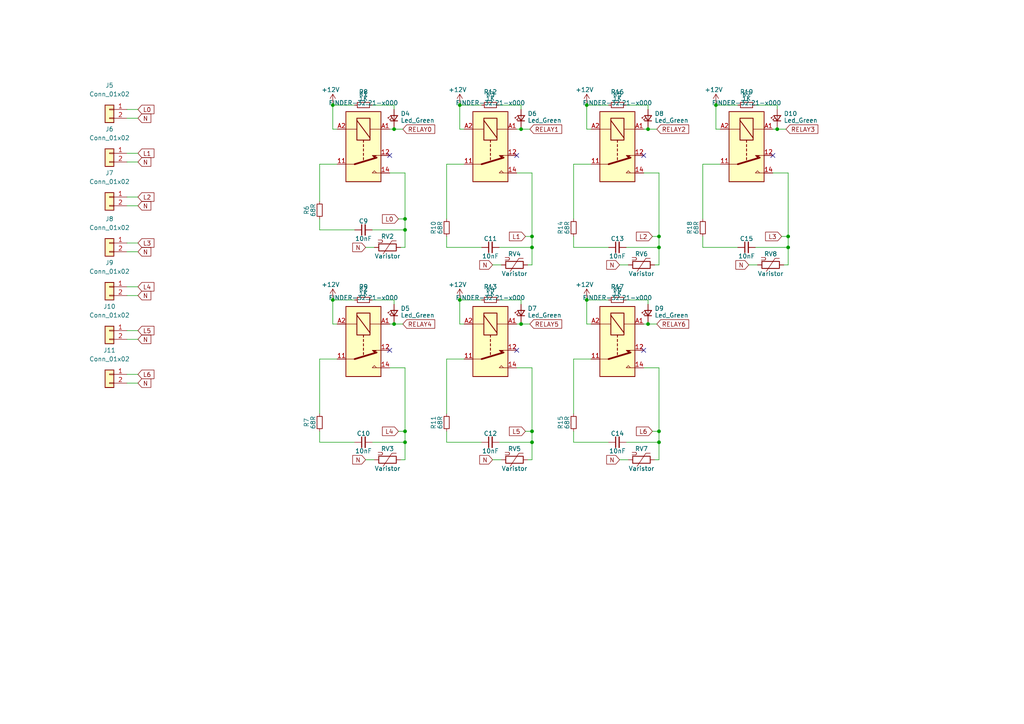
<source format=kicad_sch>
(kicad_sch (version 20230121) (generator eeschema)
  (paper "A4")
  (lib_symbols
    (symbol "Connector_Generic:Conn_01x02" (pin_names (offset 1.016) hide)
      (property "Reference" "J" (at 0 2.54 0))
      (property "Value" "Conn_01x02" (at 0 -5.08 0))
      (symbol "Conn_01x02_1_1"
        (rectangle (start -1.27 -2.413) (end 0 -2.667) (stroke (width 0.1524)))
        (rectangle (start -1.27 0.127) (end 0 -0.127) (stroke (width 0.1524)))
        (rectangle (start -1.27 1.27) (end 1.27 -3.81) (stroke (width 0.254)) (fill (type background)))
        (pin passive line (at -5.08 0 0) (length 3.81) (name "Pin_1") (number "1"))
        (pin passive line (at -5.08 -2.54 0) (length 3.81) (name "Pin_2") (number "2"))
      )
    )
    (symbol "Device:C_Small" (pin_numbers hide) (pin_names (offset 0.254) hide)
      (property "Reference" "C" (at 0.254 1.778 0))
      (property "Value" "C_Small" (at 0.254 -2.032 0))
      (symbol "C_Small_0_1"
        (polyline (pts (xy -1.524 -0.508) (xy 1.524 -0.508)) (stroke (width 0.3302)))
        (polyline (pts (xy -1.524 0.508) (xy 1.524 0.508)) (stroke (width 0.3048)))
      )
      (symbol "C_Small_1_1"
        (pin passive line (at 0 2.54 270) (length 2.032) (name "~") (number "1"))
        (pin passive line (at 0 -2.54 90) (length 2.032) (name "~") (number "2"))
      )
    )
    (symbol "Device:LED_Small" (pin_numbers hide) (pin_names (offset 0.254) hide)
      (property "Reference" "D" (at -1.27 3.175 0))
      (property "Value" "LED_Small" (at -4.445 -2.54 0))
      (symbol "LED_Small_0_1"
        (polyline (pts (xy -0.762 -1.016) (xy -0.762 1.016)) (stroke (width 0.254)))
        (polyline (pts (xy 1.016 0) (xy -0.762 0)))
        (polyline (pts (xy 0.762 -1.016) (xy -0.762 0) (xy 0.762 1.016) (xy 0.762 -1.016)) (stroke (width 0.254)))
        (polyline (pts (xy 0 0.762) (xy -0.508 1.27) (xy -0.254 1.27) (xy -0.508 1.27) (xy -0.508 1.016)))
        (polyline (pts (xy 0.508 1.27) (xy 0 1.778) (xy 0.254 1.778) (xy 0 1.778) (xy 0 1.524)))
      )
      (symbol "LED_Small_1_1"
        (pin passive line (at -2.54 0 0) (length 1.778) (name "K") (number "1"))
        (pin passive line (at 2.54 0 180) (length 1.778) (name "A") (number "2"))
      )
    )
    (symbol "Device:R_Small" (pin_numbers hide) (pin_names (offset 0.254) hide)
      (property "Reference" "R" (at 0.762 0.508 0))
      (property "Value" "R_Small" (at 0.762 -1.016 0))
      (symbol "R_Small_0_1"
        (rectangle (start -0.762 1.778) (end 0.762 -1.778) (stroke (width 0.2032)))
      )
      (symbol "R_Small_1_1"
        (pin passive line (at 0 2.54 270) (length 0.762) (name "~") (number "1"))
        (pin passive line (at 0 -2.54 90) (length 0.762) (name "~") (number "2"))
      )
    )
    (symbol "Device:Varistor" (pin_numbers hide) (pin_names (offset 0))
      (property "Reference" "RV" (at 3.175 0 90))
      (property "Value" "Varistor" (at -3.175 0 90))
      (symbol "Varistor_0_0"
        (text "U" (at -1.778 -2.032 0) (effects (font (size 1.27 1.27))))
      )
      (symbol "Varistor_0_1"
        (rectangle (start -1.016 -2.54) (end 1.016 2.54) (stroke (width 0.254)))
        (polyline (pts (xy -1.905 2.54) (xy -1.905 1.27) (xy 1.905 -1.27)))
      )
      (symbol "Varistor_1_1"
        (pin passive line (at 0 3.81 270) (length 1.27) (name "~") (number "1"))
        (pin passive line (at 0 -3.81 90) (length 1.27) (name "~") (number "2"))
      )
    )
    (symbol "Relay:FINDER-32.21-x000"
      (property "Reference" "K" (at 11.43 3.81 0))
      (property "Value" "FINDER-32.21-x000" (at 11.43 1.27 0))
      (symbol "FINDER-32.21-x000_0_0"
        (polyline (pts (xy 2.54 5.08) (xy 2.54 2.54) (xy 3.175 3.175) (xy 2.54 3.81)) (fill (type outline)))
        (polyline (pts (xy 7.62 5.08) (xy 7.62 2.54) (xy 6.985 3.175) (xy 7.62 3.81)))
      )
      (symbol "FINDER-32.21-x000_0_1"
        (rectangle (start -10.16 5.08) (end 10.16 -5.08) (stroke (width 0.254)) (fill (type background)))
        (rectangle (start -8.255 1.905) (end -1.905 -1.905) (stroke (width 0.254)))
        (polyline (pts (xy -7.62 -1.905) (xy -2.54 1.905)) (stroke (width 0.254)))
        (polyline (pts (xy -5.08 -5.08) (xy -5.08 -1.905)))
        (polyline (pts (xy -5.08 5.08) (xy -5.08 1.905)))
        (polyline (pts (xy -1.905 0) (xy -1.27 0)) (stroke (width 0.254)))
        (polyline (pts (xy -0.635 0) (xy 0 0)) (stroke (width 0.254)))
        (polyline (pts (xy 0.635 0) (xy 1.27 0)) (stroke (width 0.254)))
        (polyline (pts (xy 1.905 0) (xy 2.54 0)) (stroke (width 0.254)))
        (polyline (pts (xy 3.175 0) (xy 3.81 0)) (stroke (width 0.254)))
        (polyline (pts (xy 5.08 -2.54) (xy 3.175 3.81)) (stroke (width 0.508)))
        (polyline (pts (xy 5.08 -2.54) (xy 5.08 -5.08)))
      )
      (symbol "FINDER-32.21-x000_1_1"
        (pin passive line (at 5.08 -7.62 90) (length 2.54) (name "~") (number "11"))
        (pin passive line (at 2.54 7.62 270) (length 2.54) (name "~") (number "12"))
        (pin passive line (at 7.62 7.62 270) (length 2.54) (name "~") (number "14"))
        (pin passive line (at -5.08 7.62 270) (length 2.54) (name "~") (number "A1"))
        (pin passive line (at -5.08 -7.62 90) (length 2.54) (name "~") (number "A2"))
      )
    )
    (symbol "power:+12V" (power) (pin_names (offset 0))
      (property "Value" "+12V" (at 0 3.556 0))
      (symbol "+12V_0_1"
        (polyline (pts (xy -0.762 1.27) (xy 0 2.54)))
        (polyline (pts (xy 0 0) (xy 0 2.54)))
        (polyline (pts (xy 0 2.54) (xy 0.762 1.27)))
      )
      (symbol "+12V_1_1"
        (pin power_in line (at 0 0 90) (length 0) hide (name "+12V") (number "1"))
      )
    )
  )
  (junction (at 151.13 93.98))
  (junction (at 151.13 37.465))
  (junction (at 191.135 128.27))
  (junction (at 154.305 125.095))
  (junction (at 187.96 93.98))
  (junction (at 154.305 68.58))
  (junction (at 170.18 30.48))
  (junction (at 228.6 68.58))
  (junction (at 225.425 37.465))
  (junction (at 133.35 86.995))
  (junction (at 207.645 30.48))
  (junction (at 191.135 71.755))
  (junction (at 117.475 125.095))
  (junction (at 154.305 71.755))
  (junction (at 187.96 37.465))
  (junction (at 96.52 86.995))
  (junction (at 154.305 128.27))
  (junction (at 170.18 86.995))
  (junction (at 117.475 128.27))
  (junction (at 114.3 93.98))
  (junction (at 117.475 66.675))
  (junction (at 96.52 30.48))
  (junction (at 114.3 37.465))
  (junction (at 228.6 71.755))
  (junction (at 117.475 63.5))
  (junction (at 191.135 125.095))
  (junction (at 191.135 68.58))
  (junction (at 133.35 30.48))
  (no_connect (at 186.69 101.6))
  (no_connect (at 224.155 45.085))
  (no_connect (at 113.03 45.085))
  (no_connect (at 113.03 101.6))
  (no_connect (at 149.86 45.085))
  (no_connect (at 186.69 45.085))
  (no_connect (at 149.86 101.6))
  (wire (pts (xy 114.3 93.98) (xy 116.84 93.98)))
  (wire (pts (xy 97.79 37.465) (xy 96.52 37.465)))
  (wire (pts (xy 133.35 29.845) (xy 133.35 30.48)))
  (wire (pts (xy 170.18 86.995) (xy 176.53 86.995)))
  (wire (pts (xy 152.4 125.095) (xy 154.305 125.095)))
  (wire (pts (xy 187.96 88.265) (xy 187.96 86.995)))
  (wire (pts (xy 227.33 76.835) (xy 228.6 76.835)))
  (wire (pts (xy 92.71 128.27) (xy 102.87 128.27)))
  (wire (pts (xy 92.71 63.5) (xy 92.71 66.675)))
  (wire (pts (xy 207.645 29.845) (xy 207.645 30.48)))
  (wire (pts (xy 96.52 93.98) (xy 96.52 86.995)))
  (wire (pts (xy 36.83 95.885) (xy 40.005 95.885)))
  (wire (pts (xy 149.86 93.98) (xy 151.13 93.98)))
  (wire (pts (xy 187.96 37.465) (xy 190.5 37.465)))
  (wire (pts (xy 226.695 68.58) (xy 228.6 68.58)))
  (wire (pts (xy 36.83 108.585) (xy 40.005 108.585)))
  (wire (pts (xy 97.79 93.98) (xy 96.52 93.98)))
  (wire (pts (xy 203.835 71.755) (xy 213.995 71.755)))
  (wire (pts (xy 129.54 125.095) (xy 129.54 128.27)))
  (wire (pts (xy 191.135 128.27) (xy 191.135 133.35)))
  (wire (pts (xy 92.71 47.625) (xy 97.79 47.625)))
  (wire (pts (xy 189.865 76.835) (xy 191.135 76.835)))
  (wire (pts (xy 181.61 128.27) (xy 191.135 128.27)))
  (wire (pts (xy 171.45 37.465) (xy 170.18 37.465)))
  (wire (pts (xy 170.18 29.845) (xy 170.18 30.48)))
  (wire (pts (xy 191.135 68.58) (xy 191.135 71.755)))
  (wire (pts (xy 116.205 133.35) (xy 117.475 133.35)))
  (wire (pts (xy 187.96 86.995) (xy 181.61 86.995)))
  (wire (pts (xy 114.3 36.83) (xy 114.3 37.465)))
  (wire (pts (xy 142.875 76.835) (xy 145.415 76.835)))
  (wire (pts (xy 153.035 76.835) (xy 154.305 76.835)))
  (wire (pts (xy 151.13 93.345) (xy 151.13 93.98)))
  (wire (pts (xy 113.03 106.68) (xy 117.475 106.68)))
  (wire (pts (xy 133.35 30.48) (xy 139.7 30.48)))
  (wire (pts (xy 228.6 71.755) (xy 228.6 76.835)))
  (wire (pts (xy 106.045 71.755) (xy 108.585 71.755)))
  (wire (pts (xy 151.13 88.265) (xy 151.13 86.995)))
  (wire (pts (xy 36.83 34.29) (xy 40.005 34.29)))
  (wire (pts (xy 166.37 104.14) (xy 166.37 120.015)))
  (wire (pts (xy 106.045 133.35) (xy 108.585 133.35)))
  (wire (pts (xy 166.37 71.755) (xy 176.53 71.755)))
  (wire (pts (xy 151.13 93.98) (xy 153.67 93.98)))
  (wire (pts (xy 107.95 66.675) (xy 117.475 66.675)))
  (wire (pts (xy 151.13 30.48) (xy 144.78 30.48)))
  (wire (pts (xy 115.57 125.095) (xy 117.475 125.095)))
  (wire (pts (xy 191.135 71.755) (xy 191.135 76.835)))
  (wire (pts (xy 36.83 31.75) (xy 40.005 31.75)))
  (wire (pts (xy 92.71 47.625) (xy 92.71 58.42)))
  (wire (pts (xy 133.35 86.995) (xy 139.7 86.995)))
  (wire (pts (xy 217.17 76.835) (xy 219.71 76.835)))
  (wire (pts (xy 208.915 37.465) (xy 207.645 37.465)))
  (wire (pts (xy 191.135 106.68) (xy 191.135 125.095)))
  (wire (pts (xy 129.54 128.27) (xy 139.7 128.27)))
  (wire (pts (xy 117.475 125.095) (xy 117.475 128.27)))
  (wire (pts (xy 203.835 68.58) (xy 203.835 71.755)))
  (wire (pts (xy 117.475 50.165) (xy 117.475 63.5)))
  (wire (pts (xy 114.3 93.345) (xy 114.3 93.98)))
  (wire (pts (xy 189.23 125.095) (xy 191.135 125.095)))
  (wire (pts (xy 134.62 93.98) (xy 133.35 93.98)))
  (wire (pts (xy 133.35 37.465) (xy 133.35 30.48)))
  (wire (pts (xy 153.035 133.35) (xy 154.305 133.35)))
  (wire (pts (xy 144.78 128.27) (xy 154.305 128.27)))
  (wire (pts (xy 203.835 47.625) (xy 208.915 47.625)))
  (wire (pts (xy 225.425 31.75) (xy 225.425 30.48)))
  (wire (pts (xy 117.475 106.68) (xy 117.475 125.095)))
  (wire (pts (xy 36.83 73.025) (xy 40.005 73.025)))
  (wire (pts (xy 228.6 68.58) (xy 228.6 71.755)))
  (wire (pts (xy 116.205 71.755) (xy 117.475 71.755)))
  (wire (pts (xy 36.83 111.125) (xy 40.005 111.125)))
  (wire (pts (xy 92.71 66.675) (xy 102.87 66.675)))
  (wire (pts (xy 166.37 104.14) (xy 171.45 104.14)))
  (wire (pts (xy 149.86 37.465) (xy 151.13 37.465)))
  (wire (pts (xy 186.69 106.68) (xy 191.135 106.68)))
  (wire (pts (xy 96.52 37.465) (xy 96.52 30.48)))
  (wire (pts (xy 170.18 37.465) (xy 170.18 30.48)))
  (wire (pts (xy 154.305 106.68) (xy 154.305 125.095)))
  (wire (pts (xy 154.305 71.755) (xy 154.305 76.835)))
  (wire (pts (xy 228.6 50.165) (xy 228.6 68.58)))
  (wire (pts (xy 36.83 85.725) (xy 40.005 85.725)))
  (wire (pts (xy 92.71 104.14) (xy 92.71 120.015)))
  (wire (pts (xy 187.96 93.345) (xy 187.96 93.98)))
  (wire (pts (xy 187.96 30.48) (xy 181.61 30.48)))
  (wire (pts (xy 114.3 86.995) (xy 107.95 86.995)))
  (wire (pts (xy 113.03 50.165) (xy 117.475 50.165)))
  (wire (pts (xy 117.475 66.675) (xy 117.475 71.755)))
  (wire (pts (xy 115.57 63.5) (xy 117.475 63.5)))
  (wire (pts (xy 171.45 93.98) (xy 170.18 93.98)))
  (wire (pts (xy 181.61 71.755) (xy 191.135 71.755)))
  (wire (pts (xy 96.52 86.995) (xy 102.87 86.995)))
  (wire (pts (xy 36.83 57.15) (xy 40.005 57.15)))
  (wire (pts (xy 186.69 37.465) (xy 187.96 37.465)))
  (wire (pts (xy 186.69 93.98) (xy 187.96 93.98)))
  (wire (pts (xy 36.83 44.45) (xy 40.005 44.45)))
  (wire (pts (xy 144.78 71.755) (xy 154.305 71.755)))
  (wire (pts (xy 133.35 93.98) (xy 133.35 86.995)))
  (wire (pts (xy 154.305 125.095) (xy 154.305 128.27)))
  (wire (pts (xy 179.705 133.35) (xy 182.245 133.35)))
  (wire (pts (xy 114.3 31.75) (xy 114.3 30.48)))
  (wire (pts (xy 36.83 83.185) (xy 40.005 83.185)))
  (wire (pts (xy 151.13 36.83) (xy 151.13 37.465)))
  (wire (pts (xy 151.13 37.465) (xy 153.67 37.465)))
  (wire (pts (xy 225.425 30.48) (xy 219.075 30.48)))
  (wire (pts (xy 170.18 30.48) (xy 176.53 30.48)))
  (wire (pts (xy 224.155 37.465) (xy 225.425 37.465)))
  (wire (pts (xy 149.86 106.68) (xy 154.305 106.68)))
  (wire (pts (xy 179.705 76.835) (xy 182.245 76.835)))
  (wire (pts (xy 189.23 68.58) (xy 191.135 68.58)))
  (wire (pts (xy 117.475 63.5) (xy 117.475 66.675)))
  (wire (pts (xy 117.475 128.27) (xy 117.475 133.35)))
  (wire (pts (xy 113.03 37.465) (xy 114.3 37.465)))
  (wire (pts (xy 154.305 50.165) (xy 154.305 68.58)))
  (wire (pts (xy 187.96 31.75) (xy 187.96 30.48)))
  (wire (pts (xy 186.69 50.165) (xy 191.135 50.165)))
  (wire (pts (xy 114.3 37.465) (xy 116.84 37.465)))
  (wire (pts (xy 114.3 88.265) (xy 114.3 86.995)))
  (wire (pts (xy 219.075 71.755) (xy 228.6 71.755)))
  (wire (pts (xy 224.155 50.165) (xy 228.6 50.165)))
  (wire (pts (xy 191.135 125.095) (xy 191.135 128.27)))
  (wire (pts (xy 134.62 37.465) (xy 133.35 37.465)))
  (wire (pts (xy 133.35 86.36) (xy 133.35 86.995)))
  (wire (pts (xy 207.645 37.465) (xy 207.645 30.48)))
  (wire (pts (xy 189.865 133.35) (xy 191.135 133.35)))
  (wire (pts (xy 129.54 71.755) (xy 139.7 71.755)))
  (wire (pts (xy 92.71 125.095) (xy 92.71 128.27)))
  (wire (pts (xy 187.96 36.83) (xy 187.96 37.465)))
  (wire (pts (xy 36.83 46.99) (xy 40.005 46.99)))
  (wire (pts (xy 207.645 30.48) (xy 213.995 30.48)))
  (wire (pts (xy 170.18 93.98) (xy 170.18 86.995)))
  (wire (pts (xy 154.305 68.58) (xy 154.305 71.755)))
  (wire (pts (xy 170.18 86.36) (xy 170.18 86.995)))
  (wire (pts (xy 36.83 70.485) (xy 40.005 70.485)))
  (wire (pts (xy 187.96 93.98) (xy 190.5 93.98)))
  (wire (pts (xy 107.95 128.27) (xy 117.475 128.27)))
  (wire (pts (xy 92.71 104.14) (xy 97.79 104.14)))
  (wire (pts (xy 225.425 37.465) (xy 227.965 37.465)))
  (wire (pts (xy 129.54 47.625) (xy 129.54 63.5)))
  (wire (pts (xy 191.135 50.165) (xy 191.135 68.58)))
  (wire (pts (xy 129.54 104.14) (xy 134.62 104.14)))
  (wire (pts (xy 149.86 50.165) (xy 154.305 50.165)))
  (wire (pts (xy 96.52 29.845) (xy 96.52 30.48)))
  (wire (pts (xy 154.305 128.27) (xy 154.305 133.35)))
  (wire (pts (xy 151.13 31.75) (xy 151.13 30.48)))
  (wire (pts (xy 166.37 47.625) (xy 171.45 47.625)))
  (wire (pts (xy 142.875 133.35) (xy 145.415 133.35)))
  (wire (pts (xy 151.13 86.995) (xy 144.78 86.995)))
  (wire (pts (xy 225.425 36.83) (xy 225.425 37.465)))
  (wire (pts (xy 129.54 68.58) (xy 129.54 71.755)))
  (wire (pts (xy 129.54 47.625) (xy 134.62 47.625)))
  (wire (pts (xy 113.03 93.98) (xy 114.3 93.98)))
  (wire (pts (xy 129.54 104.14) (xy 129.54 120.015)))
  (wire (pts (xy 166.37 47.625) (xy 166.37 63.5)))
  (wire (pts (xy 96.52 30.48) (xy 102.87 30.48)))
  (wire (pts (xy 114.3 30.48) (xy 107.95 30.48)))
  (wire (pts (xy 166.37 68.58) (xy 166.37 71.755)))
  (wire (pts (xy 166.37 125.095) (xy 166.37 128.27)))
  (wire (pts (xy 166.37 128.27) (xy 176.53 128.27)))
  (wire (pts (xy 96.52 86.36) (xy 96.52 86.995)))
  (wire (pts (xy 36.83 98.425) (xy 40.005 98.425)))
  (wire (pts (xy 203.835 47.625) (xy 203.835 63.5)))
  (wire (pts (xy 152.4 68.58) (xy 154.305 68.58)))
  (wire (pts (xy 36.83 59.69) (xy 40.005 59.69)))
  (global_label "RELAY1" (shape input) (at 153.67 37.465 0) (property "Intersheetrefs" "${INTERSHEET_REFS}" (effects hide)))
  (global_label "L0" (shape input) (at 115.57 63.5 180) (property "Intersheetrefs" "${INTERSHEET_REFS}" (effects hide)))
  (global_label "RELAY0" (shape input) (at 116.84 37.465 0) (property "Intersheetrefs" "${INTERSHEET_REFS}" (effects hide)))
  (global_label "N" (shape input) (at 106.045 71.755 180) (property "Intersheetrefs" "${INTERSHEET_REFS}" (effects hide)))
  (global_label "N" (shape input) (at 40.005 98.425 0) (property "Intersheetrefs" "${INTERSHEET_REFS}" (effects hide)))
  (global_label "RELAY2" (shape input) (at 190.5 37.465 0) (property "Intersheetrefs" "${INTERSHEET_REFS}" (effects hide)))
  (global_label "N" (shape input) (at 40.005 46.99 0) (property "Intersheetrefs" "${INTERSHEET_REFS}" (effects hide)))
  (global_label "N" (shape input) (at 217.17 76.835 180) (property "Intersheetrefs" "${INTERSHEET_REFS}" (effects hide)))
  (global_label "N" (shape input) (at 40.005 34.29 0) (property "Intersheetrefs" "${INTERSHEET_REFS}" (effects hide)))
  (global_label "RELAY5" (shape input) (at 153.67 93.98 0) (property "Intersheetrefs" "${INTERSHEET_REFS}" (effects hide)))
  (global_label "N" (shape input) (at 40.005 59.69 0) (property "Intersheetrefs" "${INTERSHEET_REFS}" (effects hide)))
  (global_label "L2" (shape input) (at 40.005 57.15 0) (property "Intersheetrefs" "${INTERSHEET_REFS}" (effects hide)))
  (global_label "L0" (shape input) (at 40.005 31.75 0) (property "Intersheetrefs" "${INTERSHEET_REFS}" (effects hide)))
  (global_label "RELAY6" (shape input) (at 190.5 93.98 0) (property "Intersheetrefs" "${INTERSHEET_REFS}" (effects hide)))
  (global_label "L5" (shape input) (at 152.4 125.095 180) (property "Intersheetrefs" "${INTERSHEET_REFS}" (effects hide)))
  (global_label "N" (shape input) (at 40.005 111.125 0) (property "Intersheetrefs" "${INTERSHEET_REFS}" (effects hide)))
  (global_label "L2" (shape input) (at 189.23 68.58 180) (property "Intersheetrefs" "${INTERSHEET_REFS}" (effects hide)))
  (global_label "N" (shape input) (at 40.005 73.025 0) (property "Intersheetrefs" "${INTERSHEET_REFS}" (effects hide)))
  (global_label "L4" (shape input) (at 40.005 83.185 0) (property "Intersheetrefs" "${INTERSHEET_REFS}" (effects hide)))
  (global_label "N" (shape input) (at 142.875 76.835 180) (property "Intersheetrefs" "${INTERSHEET_REFS}" (effects hide)))
  (global_label "N" (shape input) (at 40.005 85.725 0) (property "Intersheetrefs" "${INTERSHEET_REFS}" (effects hide)))
  (global_label "N" (shape input) (at 179.705 133.35 180) (property "Intersheetrefs" "${INTERSHEET_REFS}" (effects hide)))
  (global_label "N" (shape input) (at 179.705 76.835 180) (property "Intersheetrefs" "${INTERSHEET_REFS}" (effects hide)))
  (global_label "L4" (shape input) (at 115.57 125.095 180) (property "Intersheetrefs" "${INTERSHEET_REFS}" (effects hide)))
  (global_label "L5" (shape input) (at 40.005 95.885 0) (property "Intersheetrefs" "${INTERSHEET_REFS}" (effects hide)))
  (global_label "L3" (shape input) (at 40.005 70.485 0) (property "Intersheetrefs" "${INTERSHEET_REFS}" (effects hide)))
  (global_label "L1" (shape input) (at 152.4 68.58 180) (property "Intersheetrefs" "${INTERSHEET_REFS}" (effects hide)))
  (global_label "RELAY4" (shape input) (at 116.84 93.98 0) (property "Intersheetrefs" "${INTERSHEET_REFS}" (effects hide)))
  (global_label "L1" (shape input) (at 40.005 44.45 0) (property "Intersheetrefs" "${INTERSHEET_REFS}" (effects hide)))
  (global_label "RELAY3" (shape input) (at 227.965 37.465 0) (property "Intersheetrefs" "${INTERSHEET_REFS}" (effects hide)))
  (global_label "N" (shape input) (at 106.045 133.35 180) (property "Intersheetrefs" "${INTERSHEET_REFS}" (effects hide)))
  (global_label "L6" (shape input) (at 40.005 108.585 0) (property "Intersheetrefs" "${INTERSHEET_REFS}" (effects hide)))
  (global_label "N" (shape input) (at 142.875 133.35 180) (property "Intersheetrefs" "${INTERSHEET_REFS}" (effects hide)))
  (global_label "L3" (shape input) (at 226.695 68.58 180) (property "Intersheetrefs" "${INTERSHEET_REFS}" (effects hide)))
  (global_label "L6" (shape input) (at 189.23 125.095 180) (property "Intersheetrefs" "${INTERSHEET_REFS}" (effects hide)))
  (symbol (lib_id "power:+12V") (at 133.35 29.845 0) (unit 1)
    (property "Reference" "#PWR028" (effects hide))
    (property "Value" "+12V" (at 132.715 26.035 0))
  )
  (symbol (lib_id "Connector_Generic:Conn_01x02") (at 31.75 95.885 0) (mirror y) (unit 1)
    (property "Reference" "J10" (at 31.75 88.9 0))
    (property "Value" "Conn_01x02" (at 31.75 91.44 0))
    (property "Footprint" "TerminalBlock_Phoenix:TerminalBlock_Phoenix_MKDS-1,5-2-5.08_1x02_P5.08mm_Horizontal" (effects hide))
  )
  (symbol (lib_id "Device:C_Small") (at 142.24 71.755 90) (unit 1)
    (property "Reference" "C11" (at 142.24 69.215 90))
    (property "Value" "10nF" (at 142.24 74.295 90))
    (property "Footprint" "Capacitor_THT:C_Rect_L13.0mm_W4.0mm_P10.00mm_FKS3_FKP3_MKS4" (effects hide))
  )
  (symbol (lib_id "Device:R_Small") (at 179.07 86.995 90) (unit 1)
    (property "Reference" "R17" (at 179.07 83.185 90))
    (property "Value" "1K" (at 179.07 85.09 90))
    (property "Footprint" "Resistor_SMD:R_0805_2012Metric" (effects hide))
  )
  (symbol (lib_id "Device:Varistor") (at 149.225 76.835 270) (unit 1)
    (property "Reference" "RV4" (at 149.225 73.66 90))
    (property "Value" "Varistor" (at 149.225 79.375 90))
    (property "Footprint" "Varistor:RV_Disc_D9mm_W4mm_P5mm" (effects hide))
  )
  (symbol (lib_id "Relay:FINDER-32.21-x000") (at 142.24 99.06 270) (unit 1)
    (property "Reference" "K4" (at 142.24 83.82 90))
    (property "Value" "FINDER-32.21-x000" (at 142.24 86.36 90))
    (property "Footprint" "Relay_THT:Relay_SPDT_Finder_32.21-x000" (effects hide))
    (property "Datasheet" "https://gfinder.findernet.com/assets/Series/355/S32EN.pdf" (effects hide))
  )
  (symbol (lib_id "Device:Varistor") (at 186.055 133.35 270) (unit 1)
    (property "Reference" "RV7" (at 186.055 130.175 90))
    (property "Value" "Varistor" (at 186.055 135.89 90))
    (property "Footprint" "Varistor:RV_Disc_D9mm_W4mm_P5mm" (effects hide))
  )
  (symbol (lib_id "Device:LED_Small") (at 151.13 34.29 90) (unit 1)
    (property "Reference" "D6" (at 153.035 32.9564 90) (effects (justify right)))
    (property "Value" "Led_Green" (at 153.035 34.925 90) (effects (justify right)))
    (property "Footprint" "LED_SMD:LED_0805_2012Metric" (effects hide))
  )
  (symbol (lib_id "Device:C_Small") (at 105.41 128.27 90) (unit 1)
    (property "Reference" "C10" (at 105.41 125.73 90))
    (property "Value" "10nF" (at 105.41 130.81 90))
    (property "Footprint" "Capacitor_THT:C_Rect_L13.0mm_W4.0mm_P10.00mm_FKS3_FKP3_MKS4" (effects hide))
  )
  (symbol (lib_id "Device:LED_Small") (at 114.3 34.29 90) (unit 1)
    (property "Reference" "D4" (at 116.205 32.9564 90) (effects (justify right)))
    (property "Value" "Led_Green" (at 116.205 34.925 90) (effects (justify right)))
    (property "Footprint" "LED_SMD:LED_0805_2012Metric" (effects hide))
  )
  (symbol (lib_id "Device:Varistor") (at 112.395 71.755 270) (unit 1)
    (property "Reference" "RV2" (at 112.395 68.58 90))
    (property "Value" "Varistor" (at 112.395 74.295 90))
    (property "Footprint" "Varistor:RV_Disc_D9mm_W4mm_P5mm" (effects hide))
  )
  (symbol (lib_id "Connector_Generic:Conn_01x02") (at 31.75 108.585 0) (mirror y) (unit 1)
    (property "Reference" "J11" (at 31.75 101.6 0))
    (property "Value" "Conn_01x02" (at 31.75 104.14 0))
    (property "Footprint" "TerminalBlock_Phoenix:TerminalBlock_Phoenix_MKDS-1,5-2-5.08_1x02_P5.08mm_Horizontal" (effects hide))
  )
  (symbol (lib_id "Device:LED_Small") (at 187.96 34.29 90) (unit 1)
    (property "Reference" "D8" (at 189.865 32.9564 90) (effects (justify right)))
    (property "Value" "Led_Green" (at 189.865 34.925 90) (effects (justify right)))
    (property "Footprint" "LED_SMD:LED_0805_2012Metric" (effects hide))
  )
  (symbol (lib_id "Device:C_Small") (at 105.41 66.675 90) (unit 1)
    (property "Reference" "C9" (at 105.41 64.135 90))
    (property "Value" "10nF" (at 105.41 69.215 90))
    (property "Footprint" "Capacitor_THT:C_Rect_L13.0mm_W4.0mm_P10.00mm_FKS3_FKP3_MKS4" (effects hide))
  )
  (symbol (lib_id "Device:R_Small") (at 129.54 66.04 180) (unit 1)
    (property "Reference" "R10" (at 125.73 66.04 90))
    (property "Value" "68R" (at 127.635 66.04 90))
    (property "Footprint" "Resistor_SMD:R_2512_6332Metric" (effects hide))
  )
  (symbol (lib_id "Connector_Generic:Conn_01x02") (at 31.75 44.45 0) (mirror y) (unit 1)
    (property "Reference" "J6" (at 31.75 37.465 0))
    (property "Value" "Conn_01x02" (at 31.75 40.005 0))
    (property "Footprint" "TerminalBlock_Phoenix:TerminalBlock_Phoenix_MKDS-1,5-2-5.08_1x02_P5.08mm_Horizontal" (effects hide))
  )
  (symbol (lib_id "Device:R_Small") (at 179.07 30.48 90) (unit 1)
    (property "Reference" "R16" (at 179.07 26.67 90))
    (property "Value" "1K" (at 179.07 28.575 90))
    (property "Footprint" "Resistor_SMD:R_0805_2012Metric" (effects hide))
  )
  (symbol (lib_id "Connector_Generic:Conn_01x02") (at 31.75 70.485 0) (mirror y) (unit 1)
    (property "Reference" "J8" (at 31.75 63.5 0))
    (property "Value" "Conn_01x02" (at 31.75 66.04 0))
    (property "Footprint" "TerminalBlock_Phoenix:TerminalBlock_Phoenix_MKDS-1,5-2-5.08_1x02_P5.08mm_Horizontal" (effects hide))
  )
  (symbol (lib_id "Device:R_Small") (at 142.24 86.995 90) (unit 1)
    (property "Reference" "R13" (at 142.24 83.185 90))
    (property "Value" "1K" (at 142.24 85.09 90))
    (property "Footprint" "Resistor_SMD:R_0805_2012Metric" (effects hide))
  )
  (symbol (lib_id "Device:R_Small") (at 203.835 66.04 180) (unit 1)
    (property "Reference" "R18" (at 200.025 66.04 90))
    (property "Value" "68R" (at 201.93 66.04 90))
    (property "Footprint" "Resistor_SMD:R_2512_6332Metric" (effects hide))
  )
  (symbol (lib_id "power:+12V") (at 170.18 86.36 0) (unit 1)
    (property "Reference" "#PWR031" (effects hide))
    (property "Value" "+12V" (at 169.545 82.55 0))
  )
  (symbol (lib_id "Device:R_Small") (at 166.37 66.04 180) (unit 1)
    (property "Reference" "R14" (at 162.56 66.04 90))
    (property "Value" "68R" (at 164.465 66.04 90))
    (property "Footprint" "Resistor_SMD:R_2512_6332Metric" (effects hide))
  )
  (symbol (lib_id "power:+12V") (at 207.645 29.845 0) (unit 1)
    (property "Reference" "#PWR032" (effects hide))
    (property "Value" "+12V" (at 207.01 26.035 0))
  )
  (symbol (lib_id "Connector_Generic:Conn_01x02") (at 31.75 57.15 0) (mirror y) (unit 1)
    (property "Reference" "J7" (at 31.75 50.165 0))
    (property "Value" "Conn_01x02" (at 31.75 52.705 0))
    (property "Footprint" "TerminalBlock_Phoenix:TerminalBlock_Phoenix_MKDS-1,5-2-5.08_1x02_P5.08mm_Horizontal" (effects hide))
  )
  (symbol (lib_id "Connector_Generic:Conn_01x02") (at 31.75 83.185 0) (mirror y) (unit 1)
    (property "Reference" "J9" (at 31.75 76.2 0))
    (property "Value" "Conn_01x02" (at 31.75 78.74 0))
    (property "Footprint" "TerminalBlock_Phoenix:TerminalBlock_Phoenix_MKDS-1,5-2-5.08_1x02_P5.08mm_Horizontal" (effects hide))
  )
  (symbol (lib_id "power:+12V") (at 96.52 29.845 0) (unit 1)
    (property "Reference" "#PWR026" (effects hide))
    (property "Value" "+12V" (at 95.885 26.035 0))
  )
  (symbol (lib_id "Device:R_Small") (at 142.24 30.48 90) (unit 1)
    (property "Reference" "R12" (at 142.24 26.67 90))
    (property "Value" "1K" (at 142.24 28.575 90))
    (property "Footprint" "Resistor_SMD:R_0805_2012Metric" (effects hide))
  )
  (symbol (lib_id "Device:R_Small") (at 92.71 60.96 180) (unit 1)
    (property "Reference" "R6" (at 88.9 60.96 90))
    (property "Value" "68R" (at 90.805 60.96 90))
    (property "Footprint" "Resistor_SMD:R_2512_6332Metric" (effects hide))
  )
  (symbol (lib_id "Device:C_Small") (at 179.07 71.755 90) (unit 1)
    (property "Reference" "C13" (at 179.07 69.215 90))
    (property "Value" "10nF" (at 179.07 74.295 90))
    (property "Footprint" "Capacitor_THT:C_Rect_L13.0mm_W4.0mm_P10.00mm_FKS3_FKP3_MKS4" (effects hide))
  )
  (symbol (lib_id "Device:Varistor") (at 149.225 133.35 270) (unit 1)
    (property "Reference" "RV5" (at 149.225 130.175 90))
    (property "Value" "Varistor" (at 149.225 135.89 90))
    (property "Footprint" "Varistor:RV_Disc_D9mm_W4mm_P5mm" (effects hide))
  )
  (symbol (lib_id "power:+12V") (at 96.52 86.36 0) (unit 1)
    (property "Reference" "#PWR027" (effects hide))
    (property "Value" "+12V" (at 95.885 82.55 0))
  )
  (symbol (lib_id "Device:Varistor") (at 186.055 76.835 270) (unit 1)
    (property "Reference" "RV6" (at 186.055 73.66 90))
    (property "Value" "Varistor" (at 186.055 79.375 90))
    (property "Footprint" "Varistor:RV_Disc_D9mm_W4mm_P5mm" (effects hide))
  )
  (symbol (lib_id "Device:Varistor") (at 223.52 76.835 270) (unit 1)
    (property "Reference" "RV8" (at 223.52 73.66 90))
    (property "Value" "Varistor" (at 223.52 79.375 90))
    (property "Footprint" "Varistor:RV_Disc_D9mm_W4mm_P5mm" (effects hide))
  )
  (symbol (lib_id "Device:R_Small") (at 166.37 122.555 180) (unit 1)
    (property "Reference" "R15" (at 162.56 122.555 90))
    (property "Value" "68R" (at 164.465 122.555 90))
    (property "Footprint" "Resistor_SMD:R_2512_6332Metric" (effects hide))
  )
  (symbol (lib_id "Device:R_Small") (at 92.71 122.555 180) (unit 1)
    (property "Reference" "R7" (at 88.9 122.555 90))
    (property "Value" "68R" (at 90.805 122.555 90))
    (property "Footprint" "Resistor_SMD:R_2512_6332Metric" (effects hide))
  )
  (symbol (lib_id "Device:C_Small") (at 179.07 128.27 90) (unit 1)
    (property "Reference" "C14" (at 179.07 125.73 90))
    (property "Value" "10nF" (at 179.07 130.81 90))
    (property "Footprint" "Capacitor_THT:C_Rect_L13.0mm_W4.0mm_P10.00mm_FKS3_FKP3_MKS4" (effects hide))
  )
  (symbol (lib_id "Device:LED_Small") (at 151.13 90.805 90) (unit 1)
    (property "Reference" "D7" (at 153.035 89.4714 90) (effects (justify right)))
    (property "Value" "Led_Green" (at 153.035 91.44 90) (effects (justify right)))
    (property "Footprint" "LED_SMD:LED_0805_2012Metric" (effects hide))
  )
  (symbol (lib_id "Device:Varistor") (at 112.395 133.35 270) (unit 1)
    (property "Reference" "RV3" (at 112.395 130.175 90))
    (property "Value" "Varistor" (at 112.395 135.89 90))
    (property "Footprint" "Varistor:RV_Disc_D9mm_W4mm_P5mm" (effects hide))
  )
  (symbol (lib_id "Device:R_Small") (at 105.41 86.995 90) (unit 1)
    (property "Reference" "R9" (at 105.41 83.185 90))
    (property "Value" "1K" (at 105.41 85.09 90))
    (property "Footprint" "Resistor_SMD:R_0805_2012Metric" (effects hide))
  )
  (symbol (lib_id "Device:R_Small") (at 129.54 122.555 180) (unit 1)
    (property "Reference" "R11" (at 125.73 122.555 90))
    (property "Value" "68R" (at 127.635 122.555 90))
    (property "Footprint" "Resistor_SMD:R_2512_6332Metric" (effects hide))
  )
  (symbol (lib_id "Device:LED_Small") (at 114.3 90.805 90) (unit 1)
    (property "Reference" "D5" (at 116.205 89.4714 90) (effects (justify right)))
    (property "Value" "Led_Green" (at 116.205 91.44 90) (effects (justify right)))
    (property "Footprint" "LED_SMD:LED_0805_2012Metric" (effects hide))
  )
  (symbol (lib_id "Device:C_Small") (at 216.535 71.755 90) (unit 1)
    (property "Reference" "C15" (at 216.535 69.215 90))
    (property "Value" "10nF" (at 216.535 74.295 90))
    (property "Footprint" "Capacitor_THT:C_Rect_L13.0mm_W4.0mm_P10.00mm_FKS3_FKP3_MKS4" (effects hide))
  )
  (symbol (lib_id "Device:R_Small") (at 105.41 30.48 90) (unit 1)
    (property "Reference" "R8" (at 105.41 26.67 90))
    (property "Value" "1K" (at 105.41 28.575 90))
    (property "Footprint" "Resistor_SMD:R_0805_2012Metric" (effects hide))
  )
  (symbol (lib_id "power:+12V") (at 170.18 29.845 0) (unit 1)
    (property "Reference" "#PWR030" (effects hide))
    (property "Value" "+12V" (at 169.545 26.035 0))
  )
  (symbol (lib_id "Relay:FINDER-32.21-x000") (at 179.07 42.545 270) (unit 1)
    (property "Reference" "K5" (at 179.07 27.305 90))
    (property "Value" "FINDER-32.21-x000" (at 179.07 29.845 90))
    (property "Footprint" "Relay_THT:Relay_SPDT_Finder_32.21-x000" (effects hide))
    (property "Datasheet" "https://gfinder.findernet.com/assets/Series/355/S32EN.pdf" (effects hide))
  )
  (symbol (lib_id "Device:C_Small") (at 142.24 128.27 90) (unit 1)
    (property "Reference" "C12" (at 142.24 125.73 90))
    (property "Value" "10nF" (at 142.24 130.81 90))
    (property "Footprint" "Capacitor_THT:C_Rect_L13.0mm_W4.0mm_P10.00mm_FKS3_FKP3_MKS4" (effects hide))
  )
  (symbol (lib_id "Relay:FINDER-32.21-x000") (at 216.535 42.545 270) (unit 1)
    (property "Reference" "K7" (at 216.535 27.305 90))
    (property "Value" "FINDER-32.21-x000" (at 216.535 29.845 90))
    (property "Footprint" "Relay_THT:Relay_SPDT_Finder_32.21-x000" (effects hide))
    (property "Datasheet" "https://gfinder.findernet.com/assets/Series/355/S32EN.pdf" (effects hide))
  )
  (symbol (lib_id "Device:LED_Small") (at 225.425 34.29 90) (unit 1)
    (property "Reference" "D10" (at 227.33 32.9564 90) (effects (justify right)))
    (property "Value" "Led_Green" (at 227.33 34.925 90) (effects (justify right)))
    (property "Footprint" "LED_SMD:LED_0805_2012Metric" (effects hide))
  )
  (symbol (lib_id "Relay:FINDER-32.21-x000") (at 105.41 99.06 270) (unit 1)
    (property "Reference" "K2" (at 105.41 83.82 90))
    (property "Value" "FINDER-32.21-x000" (at 105.41 86.36 90))
    (property "Footprint" "Relay_THT:Relay_SPDT_Finder_32.21-x000" (effects hide))
    (property "Datasheet" "https://gfinder.findernet.com/assets/Series/355/S32EN.pdf" (effects hide))
  )
  (symbol (lib_id "Connector_Generic:Conn_01x02") (at 31.75 31.75 0) (mirror y) (unit 1)
    (property "Reference" "J5" (at 31.75 24.765 0))
    (property "Value" "Conn_01x02" (at 31.75 27.305 0))
    (property "Footprint" "TerminalBlock_Phoenix:TerminalBlock_Phoenix_MKDS-1,5-2-5.08_1x02_P5.08mm_Horizontal" (effects hide))
  )
  (symbol (lib_id "Relay:FINDER-32.21-x000") (at 105.41 42.545 270) (unit 1)
    (property "Reference" "K1" (at 105.41 27.305 90))
    (property "Value" "FINDER-32.21-x000" (at 105.41 29.845 90))
    (property "Footprint" "Relay_THT:Relay_SPDT_Finder_32.21-x000" (effects hide))
    (property "Datasheet" "https://gfinder.findernet.com/assets/Series/355/S32EN.pdf" (effects hide))
  )
  (symbol (lib_id "Relay:FINDER-32.21-x000") (at 179.07 99.06 270) (unit 1)
    (property "Reference" "K6" (at 179.07 83.82 90))
    (property "Value" "FINDER-32.21-x000" (at 179.07 86.36 90))
    (property "Footprint" "Relay_THT:Relay_SPDT_Finder_32.21-x000" (effects hide))
    (property "Datasheet" "https://gfinder.findernet.com/assets/Series/355/S32EN.pdf" (effects hide))
  )
  (symbol (lib_id "power:+12V") (at 133.35 86.36 0) (unit 1)
    (property "Reference" "#PWR029" (effects hide))
    (property "Value" "+12V" (at 132.715 82.55 0))
  )
  (symbol (lib_id "Device:R_Small") (at 216.535 30.48 90) (unit 1)
    (property "Reference" "R19" (at 216.535 26.67 90))
    (property "Value" "1K" (at 216.535 28.575 90))
    (property "Footprint" "Resistor_SMD:R_0805_2012Metric" (effects hide))
  )
  (symbol (lib_id "Relay:FINDER-32.21-x000") (at 142.24 42.545 270) (unit 1)
    (property "Reference" "K3" (at 142.24 27.305 90))
    (property "Value" "FINDER-32.21-x000" (at 142.24 29.845 90))
    (property "Footprint" "Relay_THT:Relay_SPDT_Finder_32.21-x000" (effects hide))
    (property "Datasheet" "https://gfinder.findernet.com/assets/Series/355/S32EN.pdf" (effects hide))
  )
  (symbol (lib_id "Device:LED_Small") (at 187.96 90.805 90) (unit 1)
    (property "Reference" "D9" (at 189.865 89.4714 90) (effects (justify right)))
    (property "Value" "Led_Green" (at 189.865 91.44 90) (effects (justify right)))
    (property "Footprint" "LED_SMD:LED_0805_2012Metric" (effects hide))
  )
)
</source>
